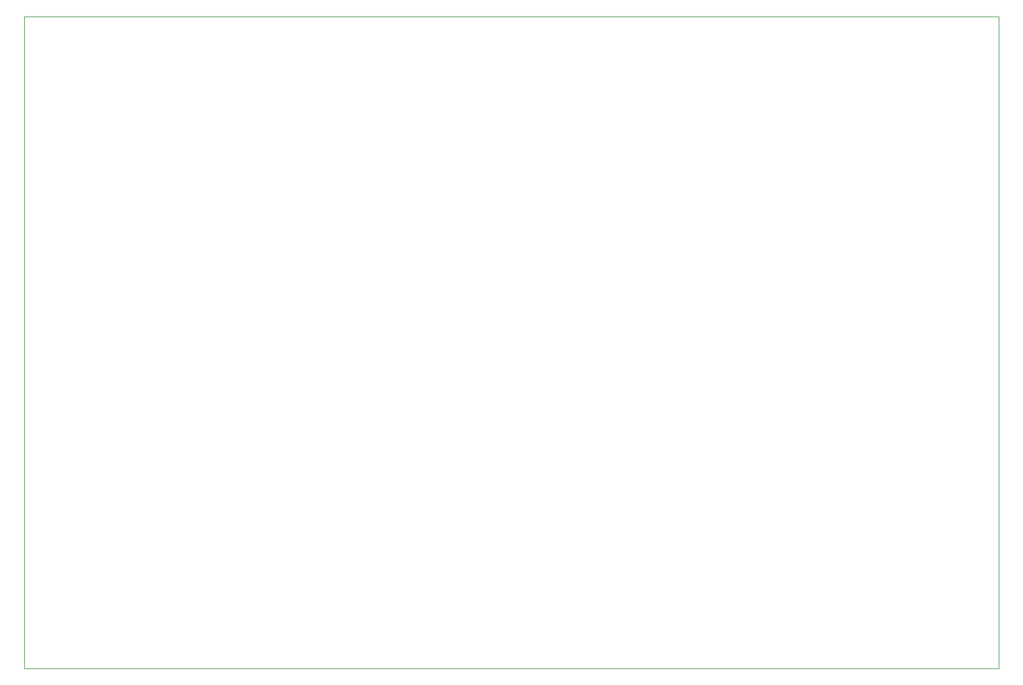
<source format=gm1>
G04*
G04 #@! TF.GenerationSoftware,Altium Limited,Altium Designer,25.2.1 (25)*
G04*
G04 Layer_Color=0*
%FSLAX44Y44*%
%MOMM*%
G71*
G04*
G04 #@! TF.SameCoordinates,E3D469A8-3601-4E52-BDEA-DD632D880B34*
G04*
G04*
G04 #@! TF.FilePolarity,Positive*
G04*
G01*
G75*
%ADD161C,0.0254*%
D161*
Y541020D02*
X1394460D01*
Y1474470D01*
X0D01*
Y541020D01*
M02*

</source>
